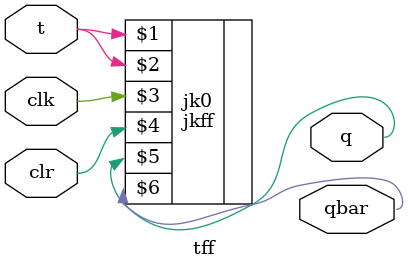
<source format=v>
module tff(t,clk,clr,q,qbar);
input clk,clr,t;
output q,qbar;
jkff jk0(t,t,clk,clr,q,qbar);
endmodule

</source>
